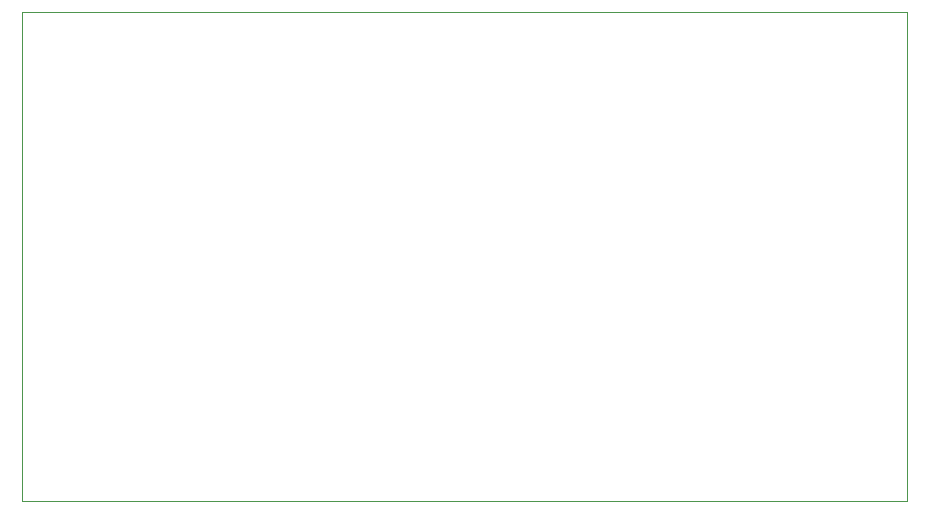
<source format=gbr>
G04 #@! TF.GenerationSoftware,KiCad,Pcbnew,(5.1.5)-3*
G04 #@! TF.CreationDate,2020-01-27T13:06:47+05:00*
G04 #@! TF.ProjectId,dimmer,64696d6d-6572-42e6-9b69-6361645f7063,0.1*
G04 #@! TF.SameCoordinates,Original*
G04 #@! TF.FileFunction,Profile,NP*
%FSLAX46Y46*%
G04 Gerber Fmt 4.6, Leading zero omitted, Abs format (unit mm)*
G04 Created by KiCad (PCBNEW (5.1.5)-3) date 2020-01-27 13:06:47*
%MOMM*%
%LPD*%
G04 APERTURE LIST*
%ADD10C,0.050000*%
G04 APERTURE END LIST*
D10*
X123444000Y-61214000D02*
X198374000Y-61214000D01*
X123444000Y-102616000D02*
X123444000Y-61214000D01*
X198374000Y-102616000D02*
X123444000Y-102616000D01*
X198374000Y-61214000D02*
X198374000Y-102616000D01*
M02*

</source>
